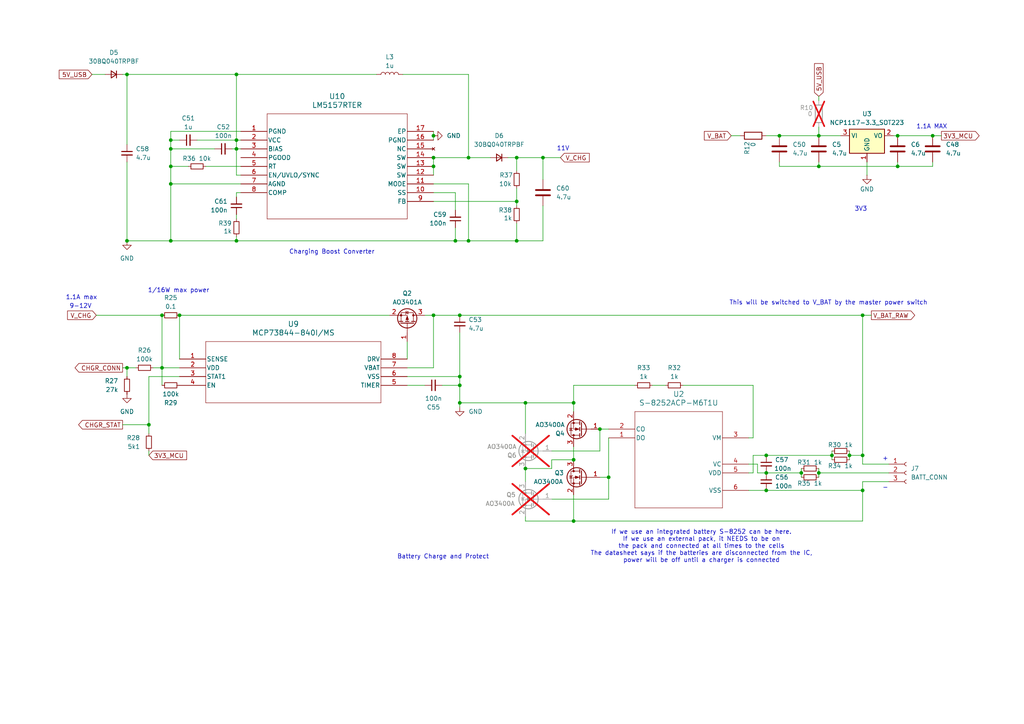
<source format=kicad_sch>
(kicad_sch (version 20250114) (generator "eeschema") (generator_version "9.0")
  (paper "A4")
  (lib_symbols
    (symbol "2025-04-02_22-09-11:MCP73844-840I_MS" (pin_names (offset 0.254))
      (property "Reference" "U" (at 33.02 10.16 0))
      (property "Value" "MCP73844-840I/MS" (at 33.02 7.62 0))
      (symbol "MCP73844-840I_MS_0_1"
        (polyline (pts (xy 7.62 5.08) (xy 7.62 -12.7)) (stroke (width 0.127)))
        (polyline (pts (xy 7.62 -12.7) (xy 58.42 -12.7)) (stroke (width 0.127)))
        (polyline (pts (xy 58.42 5.08) (xy 7.62 5.08)) (stroke (width 0.127)))
        (polyline (pts (xy 58.42 -12.7) (xy 58.42 5.08)) (stroke (width 0.127)))
        (pin unspecified line (at 0 0 0) (length 7.62) (name "SENSE") (number "1"))
        (pin unspecified line (at 0 -2.54 0) (length 7.62) (name "VDD") (number "2"))
        (pin unspecified line (at 0 -5.08 0) (length 7.62) (name "STAT1") (number "3"))
        (pin unspecified line (at 0 -7.62 0) (length 7.62) (name "EN") (number "4"))
        (pin unspecified line (at 66.04 0 180) (length 7.62) (name "DRV") (number "8"))
        (pin unspecified line (at 66.04 -2.54 180) (length 7.62) (name "VBAT") (number "7"))
        (pin unspecified line (at 66.04 -5.08 180) (length 7.62) (name "VSS") (number "6"))
        (pin unspecified line (at 66.04 -7.62 180) (length 7.62) (name "TIMER") (number "5"))
      )
    )
    (symbol "2025-04-02_22-14-21:S-8252AAZ-M6T1U" (pin_names (offset 0.254))
      (property "Reference" "U" (at 20.32 12.7 0))
      (property "Value" "S-8252AAZ-M6T1U" (at 20.32 10.16 0))
      (symbol "S-8252AAZ-M6T1U_0_1"
        (polyline (pts (xy 7.62 7.62) (xy 7.62 -20.32)) (stroke (width 0.127)))
        (polyline (pts (xy 7.62 -20.32) (xy 33.02 -20.32)) (stroke (width 0.127)))
        (polyline (pts (xy 33.02 7.62) (xy 7.62 7.62)) (stroke (width 0.127)))
        (polyline (pts (xy 33.02 -20.32) (xy 33.02 7.62)) (stroke (width 0.127)))
        (pin unspecified line (at 0 0 0) (length 7.62) (name "VM") (number "3"))
        (pin power_in line (at 0 -7.62 0) (length 7.62) (name "VC") (number "4"))
        (pin power_in line (at 0 -10.16 0) (length 7.62) (name "VDD") (number "5"))
        (pin power_out line (at 0 -15.24 0) (length 7.62) (name "VSS") (number "6"))
        (pin output line (at 40.64 2.54 180) (length 7.62) (name "CO") (number "2"))
        (pin output line (at 40.64 0 180) (length 7.62) (name "DO") (number "1"))
      )
    )
    (symbol "2025-04-04_20-55-54:LM5157RTER" (pin_names (offset 0.254))
      (property "Reference" "U" (at 27.94 10.16 0))
      (property "Value" "LM5157RTER" (at 27.94 7.62 0))
      (symbol "LM5157RTER_0_1"
        (polyline (pts (xy 7.62 5.08) (xy 7.62 -25.4)) (stroke (width 0.127)))
        (polyline (pts (xy 7.62 -25.4) (xy 48.26 -25.4)) (stroke (width 0.127)))
        (polyline (pts (xy 48.26 5.08) (xy 7.62 5.08)) (stroke (width 0.127)))
        (polyline (pts (xy 48.26 -25.4) (xy 48.26 5.08)) (stroke (width 0.127)))
        (pin power_out line (at 0 0 0) (length 7.62) (name "PGND") (number "1"))
        (pin power_in line (at 0 -2.54 0) (length 7.62) (name "VCC") (number "2"))
        (pin unspecified line (at 0 -5.08 0) (length 7.62) (name "BIAS") (number "3"))
        (pin power_in line (at 0 -7.62 0) (length 7.62) (name "PGOOD") (number "4"))
        (pin unspecified line (at 0 -10.16 0) (length 7.62) (name "RT") (number "5"))
        (pin unspecified line (at 0 -12.7 0) (length 7.62) (name "EN/UVLO/SYNC") (number "6"))
        (pin power_out line (at 0 -15.24 0) (length 7.62) (name "AGND") (number "7"))
        (pin unspecified line (at 0 -17.78 0) (length 7.62) (name "COMP") (number "8"))
        (pin unspecified line (at 55.88 0 180) (length 7.62) (name "EP") (number "17"))
        (pin power_out line (at 55.88 -2.54 180) (length 7.62) (name "PGND") (number "16"))
        (pin no_connect line (at 55.88 -5.08 180) (length 7.62) (name "NC") (number "15"))
        (pin unspecified line (at 55.88 -7.62 180) (length 7.62) (name "SW") (number "14"))
        (pin unspecified line (at 55.88 -10.16 180) (length 7.62) (name "SW") (number "13"))
        (pin unspecified line (at 55.88 -12.7 180) (length 7.62) (name "SW") (number "12"))
        (pin unspecified line (at 55.88 -15.24 180) (length 7.62) (name "MODE") (number "11"))
        (pin unspecified line (at 55.88 -17.78 180) (length 7.62) (name "SS") (number "10"))
        (pin unspecified line (at 55.88 -20.32 180) (length 7.62) (name "FB") (number "9"))
      )
    )
    (symbol "Connector:Conn_01x03_Socket" (pin_names (offset 1.016) (hide yes))
      (property "Reference" "J" (at 0 5.08 0))
      (property "Value" "Conn_01x03_Socket" (at 0 -5.08 0))
      (symbol "Conn_01x03_Socket_1_1"
        (polyline (pts (xy -1.27 2.54) (xy -0.508 2.54)) (stroke (width 0.1524)))
        (polyline (pts (xy -1.27 0) (xy -0.508 0)) (stroke (width 0.1524)))
        (polyline (pts (xy -1.27 -2.54) (xy -0.508 -2.54)) (stroke (width 0.1524)))
        (arc (start 0 2.032) (mid -0.5058 2.54) (end 0 3.048) (stroke (width 0.1524)))
        (arc (start 0 -0.508) (mid -0.5058 0) (end 0 0.508) (stroke (width 0.1524)))
        (arc (start 0 -3.048) (mid -0.5058 -2.54) (end 0 -2.032) (stroke (width 0.1524)))
        (pin passive line (at -5.08 2.54 0) (length 3.81) (name "Pin_1") (number "1"))
        (pin passive line (at -5.08 0 0) (length 3.81) (name "Pin_2") (number "2"))
        (pin passive line (at -5.08 -2.54 0) (length 3.81) (name "Pin_3") (number "3"))
      )
    )
    (symbol "Device:C" (pin_numbers (hide yes)) (pin_names (offset 0.254))
      (property "Reference" "C" (at 0.635 2.54 0))
      (property "Value" "C" (at 0.635 -2.54 0))
      (symbol "C_0_1"
        (polyline (pts (xy -2.032 0.762) (xy 2.032 0.762)) (stroke (width 0.508)))
        (polyline (pts (xy -2.032 -0.762) (xy 2.032 -0.762)) (stroke (width 0.508)))
      )
      (symbol "C_1_1"
        (pin passive line (at 0 3.81 270) (length 2.794) (name "~") (number "1"))
        (pin passive line (at 0 -3.81 90) (length 2.794) (name "~") (number "2"))
      )
    )
    (symbol "Device:C_Small" (pin_numbers (hide yes)) (pin_names (offset 0.254) (hide yes))
      (property "Reference" "C" (at 0.254 1.778 0))
      (property "Value" "C_Small" (at 0.254 -2.032 0))
      (symbol "C_Small_0_1"
        (polyline (pts (xy -1.524 0.508) (xy 1.524 0.508)) (stroke (width 0.3048)))
        (polyline (pts (xy -1.524 -0.508) (xy 1.524 -0.508)) (stroke (width 0.3302)))
      )
      (symbol "C_Small_1_1"
        (pin passive line (at 0 2.54 270) (length 2.032) (name "~") (number "1"))
        (pin passive line (at 0 -2.54 90) (length 2.032) (name "~") (number "2"))
      )
    )
    (symbol "Device:D_Small" (pin_numbers (hide yes)) (pin_names (offset 0.254) (hide yes))
      (property "Reference" "D" (at -1.27 2.032 0))
      (property "Value" "D_Small" (at -3.81 -2.032 0))
      (symbol "D_Small_0_1"
        (polyline (pts (xy -0.762 0) (xy 0.762 0)))
        (polyline (pts (xy -0.762 -1.016) (xy -0.762 1.016)) (stroke (width 0.254)))
        (polyline (pts (xy 0.762 -1.016) (xy -0.762 0) (xy 0.762 1.016) (xy 0.762 -1.016)) (stroke (width 0.254)))
      )
      (symbol "D_Small_1_1"
        (pin passive line (at -2.54 0 0) (length 1.778) (name "K") (number "1"))
        (pin passive line (at 2.54 0 180) (length 1.778) (name "A") (number "2"))
      )
    )
    (symbol "Device:L" (pin_numbers (hide yes)) (pin_names (offset 1.016) (hide yes))
      (property "Reference" "L" (at -1.27 0 90))
      (property "Value" "L" (at 1.905 0 90))
      (symbol "L_0_1"
        (arc (start 0 2.54) (mid 0.6323 1.905) (end 0 1.27))
        (arc (start 0 1.27) (mid 0.6323 0.635) (end 0 0))
        (arc (start 0 0) (mid 0.6323 -0.635) (end 0 -1.27))
        (arc (start 0 -1.27) (mid 0.6323 -1.905) (end 0 -2.54))
      )
      (symbol "L_1_1"
        (pin passive line (at 0 3.81 270) (length 1.27) (name "1") (number "1"))
        (pin passive line (at 0 -3.81 90) (length 1.27) (name "2") (number "2"))
      )
    )
    (symbol "Device:R" (pin_numbers (hide yes)) (pin_names (offset 0))
      (property "Reference" "R" (at 2.032 0 90))
      (property "Value" "R" (at 0 0 90))
      (symbol "R_0_1"
        (rectangle (start -1.016 -2.54) (end 1.016 2.54) (stroke (width 0.254)))
      )
      (symbol "R_1_1"
        (pin passive line (at 0 3.81 270) (length 1.27) (name "~") (number "1"))
        (pin passive line (at 0 -3.81 90) (length 1.27) (name "~") (number "2"))
      )
    )
    (symbol "Device:R_Small" (pin_numbers (hide yes)) (pin_names (offset 0.254) (hide yes))
      (property "Reference" "R" (at 0.762 0.508 0))
      (property "Value" "R_Small" (at 0.762 -1.016 0))
      (symbol "R_Small_0_1"
        (rectangle (start -0.762 1.778) (end 0.762 -1.778) (stroke (width 0.2032)))
      )
      (symbol "R_Small_1_1"
        (pin passive line (at 0 2.54 270) (length 0.762) (name "~") (number "1"))
        (pin passive line (at 0 -2.54 90) (length 0.762) (name "~") (number "2"))
      )
    )
    (symbol "Regulator_Linear:NCP1117-3.3_SOT223"
      (property "Reference" "U" (at -3.81 3.175 0))
      (property "Value" "NCP1117-3.3_SOT223" (at 0 3.175 0))
      (symbol "NCP1117-3.3_SOT223_0_1"
        (rectangle (start -5.08 -5.08) (end 5.08 1.905) (stroke (width 0.254)) (fill (type background)))
      )
      (symbol "NCP1117-3.3_SOT223_1_1"
        (pin power_in line (at -7.62 0 0) (length 2.54) (name "VI") (number "3"))
        (pin power_in line (at 0 -7.62 90) (length 2.54) (name "GND") (number "1"))
        (pin power_out line (at 7.62 0 180) (length 2.54) (name "VO") (number "2"))
      )
    )
    (symbol "Transistor_FET:AO3400A" (pin_names (hide yes))
      (property "Reference" "Q" (at 5.08 1.905 0))
      (property "Value" "AO3400A" (at 5.08 0 0))
      (symbol "AO3400A_0_1"
        (polyline (pts (xy 0.254 1.905) (xy 0.254 -1.905)) (stroke (width 0.254)))
        (polyline (pts (xy 0.254 0) (xy -2.54 0)))
        (polyline (pts (xy 0.762 2.286) (xy 0.762 1.27)) (stroke (width 0.254)))
        (polyline (pts (xy 0.762 0.508) (xy 0.762 -0.508)) (stroke (width 0.254)))
        (polyline (pts (xy 0.762 -1.27) (xy 0.762 -2.286)) (stroke (width 0.254)))
        (polyline (pts (xy 0.762 -1.778) (xy 3.302 -1.778) (xy 3.302 1.778) (xy 0.762 1.778)))
        (polyline (pts (xy 1.016 0) (xy 2.032 0.381) (xy 2.032 -0.381) (xy 1.016 0)) (fill (type outline)))
        (circle (center 1.651 0) (radius 2.794) (stroke (width 0.254)))
        (polyline (pts (xy 2.54 2.54) (xy 2.54 1.778)))
        (circle (center 2.54 1.778) (radius 0.254) (fill (type outline)))
        (circle (center 2.54 -1.778) (radius 0.254) (fill (type outline)))
        (polyline (pts (xy 2.54 -2.54) (xy 2.54 0) (xy 0.762 0)))
        (polyline (pts (xy 2.794 0.508) (xy 2.921 0.381) (xy 3.683 0.381) (xy 3.81 0.254)))
        (polyline (pts (xy 3.302 0.381) (xy 2.921 -0.254) (xy 3.683 -0.254) (xy 3.302 0.381)))
      )
      (symbol "AO3400A_1_1"
        (pin input line (at -5.08 0 0) (length 2.54) (name "G") (number "1"))
        (pin passive line (at 2.54 5.08 270) (length 2.54) (name "D") (number "3"))
        (pin passive line (at 2.54 -5.08 90) (length 2.54) (name "S") (number "2"))
      )
    )
    (symbol "Transistor_FET:AO3401A" (pin_names (hide yes))
      (property "Reference" "Q" (at 5.08 1.905 0))
      (property "Value" "AO3401A" (at 5.08 0 0))
      (symbol "AO3401A_0_1"
        (polyline (pts (xy 0.254 1.905) (xy 0.254 -1.905)) (stroke (width 0.254)))
        (polyline (pts (xy 0.254 0) (xy -2.54 0)))
        (polyline (pts (xy 0.762 2.286) (xy 0.762 1.27)) (stroke (width 0.254)))
        (polyline (pts (xy 0.762 1.778) (xy 3.302 1.778) (xy 3.302 -1.778) (xy 0.762 -1.778)))
        (polyline (pts (xy 0.762 0.508) (xy 0.762 -0.508)) (stroke (width 0.254)))
        (polyline (pts (xy 0.762 -1.27) (xy 0.762 -2.286)) (stroke (width 0.254)))
        (circle (center 1.651 0) (radius 2.794) (stroke (width 0.254)))
        (polyline (pts (xy 2.286 0) (xy 1.27 0.381) (xy 1.27 -0.381) (xy 2.286 0)) (fill (type outline)))
        (polyline (pts (xy 2.54 2.54) (xy 2.54 1.778)))
        (circle (center 2.54 1.778) (radius 0.254) (fill (type outline)))
        (circle (center 2.54 -1.778) (radius 0.254) (fill (type outline)))
        (polyline (pts (xy 2.54 -2.54) (xy 2.54 0) (xy 0.762 0)))
        (polyline (pts (xy 2.794 -0.508) (xy 2.921 -0.381) (xy 3.683 -0.381) (xy 3.81 -0.254)))
        (polyline (pts (xy 3.302 -0.381) (xy 2.921 0.254) (xy 3.683 0.254) (xy 3.302 -0.381)))
      )
      (symbol "AO3401A_1_1"
        (pin input line (at -5.08 0 0) (length 2.54) (name "G") (number "1"))
        (pin passive line (at 2.54 5.08 270) (length 2.54) (name "D") (number "3"))
        (pin passive line (at 2.54 -5.08 90) (length 2.54) (name "S") (number "2"))
      )
    )
    (symbol "power:GND" (power) (pin_numbers (hide yes)) (pin_names (offset 0) (hide yes))
      (property "Value" "GND" (at 0 -3.81 0))
      (symbol "GND_0_1"
        (polyline (pts (xy 0 0) (xy 0 -1.27) (xy 1.27 -1.27) (xy 0 -2.54) (xy -1.27 -1.27) (xy 0 -1.27)))
      )
      (symbol "GND_1_1"
        (pin power_in line (at 0 0 270) (length 0) (name "~") (number "1"))
      )
    )
  )
  (text "1.1A MAX\n" (at 270.256 36.83 0) (effects (font (size 1.27 1.27))))
  (text "11V\n" (at 163.322 43.18 0) (effects (font (size 1.27 1.27))))
  (text "+\n" (at 256.794 133.096 0) (effects (font (size 1.27 1.27))))
  (text "3V3\n" (at 249.682 60.706 0) (effects (font (size 1.27 1.27))))
  (text "Charging Boost Converter\n" (at 96.266 73.152 0) (effects (font (size 1.27 1.27))))
  (text "1/16W max power\n" (at 51.816 84.328 0) (effects (font (size 1.27 1.27))))
  (text "-\n" (at 256.794 141.478 0) (effects (font (size 1.27 1.27))))
  (text "Battery Charge and Protect\n" (at 128.524 161.544 0) (effects (font (size 1.27 1.27))))
  (text "If we use an integrated battery S-8252 can be here.\nIf we use an external pack, it NEEDS to be on\nthe pack and connected at all times to the cells\nThe datasheet says if the batteries are disconnected from the IC,\npower will be off until a charger is connected" (at 203.454 158.496 0) (effects (font (size 1.27 1.27))))
  (text "1.1A max" (at 23.622 86.36 0) (effects (font (size 1.27 1.27))))
  (text "9-12V" (at 23.368 88.9 0) (effects (font (size 1.27 1.27))))
  (text "This will be switched to V_BAT by the master power switch\n" (at 240.284 87.884 0) (effects (font (size 1.27 1.27))))
  (junction (at 46.99 91.44))
  (junction (at 250.19 91.44))
  (junction (at 46.99 106.68))
  (junction (at 68.58 69.85))
  (junction (at 36.83 69.85))
  (junction (at 222.25 137.16))
  (junction (at 226.06 39.37))
  (junction (at 132.08 69.85))
  (junction (at 133.35 116.84))
  (junction (at 68.58 21.59))
  (junction (at 166.37 116.84))
  (junction (at 222.25 142.24))
  (junction (at 149.86 45.72))
  (junction (at 176.53 138.43))
  (junction (at 125.73 45.72))
  (junction (at 246.38 132.08))
  (junction (at 49.53 69.85))
  (junction (at 152.4 135.89))
  (junction (at 166.37 151.13))
  (junction (at 173.99 124.46))
  (junction (at 68.58 40.64))
  (junction (at 232.41 137.16))
  (junction (at 222.25 132.08))
  (junction (at 260.35 48.26))
  (junction (at 241.3 132.08))
  (junction (at 237.49 39.37))
  (junction (at 68.58 43.18))
  (junction (at 36.83 21.59))
  (junction (at 250.19 132.08))
  (junction (at 237.49 48.26))
  (junction (at 52.07 91.44))
  (junction (at 125.73 39.37))
  (junction (at 133.35 109.22))
  (junction (at 49.53 48.26))
  (junction (at 133.35 111.76))
  (junction (at 149.86 58.42))
  (junction (at 149.86 69.85))
  (junction (at 43.18 123.19))
  (junction (at 133.35 91.44))
  (junction (at 250.19 142.24))
  (junction (at 36.83 106.68))
  (junction (at 49.53 40.64))
  (junction (at 125.73 48.26))
  (junction (at 260.35 39.37))
  (junction (at 270.51 39.37))
  (junction (at 135.89 69.85))
  (junction (at 157.48 45.72))
  (junction (at 49.53 43.18))
  (junction (at 125.73 91.44))
  (junction (at 237.49 137.16))
  (junction (at 166.37 133.35))
  (junction (at 49.53 53.34))
  (junction (at 152.4 116.84))
  (junction (at 135.89 45.72))
  (wire (pts (xy 49.53 53.34) (xy 49.53 69.85)))
  (wire (pts (xy 217.17 134.62) (xy 219.71 134.62)))
  (wire (pts (xy 125.73 39.37) (xy 125.73 40.64)))
  (wire (pts (xy 133.35 91.44) (xy 250.19 91.44)))
  (wire (pts (xy 157.48 45.72) (xy 157.48 52.07)))
  (wire (pts (xy 44.45 106.68) (xy 46.99 106.68)))
  (wire (pts (xy 246.38 132.08) (xy 250.19 132.08)))
  (wire (pts (xy 125.73 38.1) (xy 125.73 39.37)))
  (wire (pts (xy 222.25 142.24) (xy 250.19 142.24)))
  (wire (pts (xy 68.58 50.8) (xy 69.85 50.8)))
  (wire (pts (xy 68.58 40.64) (xy 69.85 40.64)))
  (wire (pts (xy 219.71 134.62) (xy 219.71 137.16)))
  (wire (pts (xy 166.37 129.54) (xy 166.37 133.35)))
  (wire (pts (xy 36.83 69.85) (xy 49.53 69.85)))
  (wire (pts (xy 133.35 96.52) (xy 133.35 109.22)))
  (wire (pts (xy 270.51 39.37) (xy 273.05 39.37)))
  (wire (pts (xy 241.3 132.08) (xy 241.3 133.35)))
  (wire (pts (xy 160.02 130.81) (xy 173.99 130.81)))
  (wire (pts (xy 226.06 46.99) (xy 226.06 48.26)))
  (wire (pts (xy 149.86 58.42) (xy 149.86 54.61)))
  (wire (pts (xy 166.37 143.51) (xy 166.37 151.13)))
  (wire (pts (xy 222.25 132.08) (xy 241.3 132.08)))
  (wire (pts (xy 166.37 119.38) (xy 166.37 116.84)))
  (wire (pts (xy 68.58 43.18) (xy 67.31 43.18)))
  (wire (pts (xy 152.4 151.13) (xy 166.37 151.13)))
  (wire (pts (xy 270.51 46.99) (xy 270.51 48.26)))
  (wire (pts (xy 218.44 127) (xy 217.17 127)))
  (wire (pts (xy 35.56 123.19) (xy 43.18 123.19)))
  (wire (pts (xy 157.48 59.69) (xy 157.48 69.85)))
  (wire (pts (xy 49.53 38.1) (xy 69.85 38.1)))
  (wire (pts (xy 68.58 21.59) (xy 109.22 21.59)))
  (wire (pts (xy 259.08 39.37) (xy 260.35 39.37)))
  (wire (pts (xy 113.03 91.44) (xy 52.07 91.44)))
  (wire (pts (xy 132.08 69.85) (xy 135.89 69.85)))
  (wire (pts (xy 68.58 62.23) (xy 68.58 63.5)))
  (wire (pts (xy 147.32 45.72) (xy 149.86 45.72)))
  (wire (pts (xy 250.19 91.44) (xy 250.19 132.08)))
  (wire (pts (xy 246.38 132.08) (xy 246.38 133.35)))
  (wire (pts (xy 218.44 132.08) (xy 218.44 137.16)))
  (wire (pts (xy 133.35 118.11) (xy 133.35 116.84)))
  (wire (pts (xy 46.99 91.44) (xy 46.99 106.68)))
  (wire (pts (xy 173.99 124.46) (xy 176.53 124.46)))
  (wire (pts (xy 152.4 116.84) (xy 166.37 116.84)))
  (wire (pts (xy 52.07 109.22) (xy 43.18 109.22)))
  (wire (pts (xy 36.83 21.59) (xy 68.58 21.59)))
  (wire (pts (xy 36.83 106.68) (xy 36.83 109.22)))
  (wire (pts (xy 222.25 39.37) (xy 226.06 39.37)))
  (wire (pts (xy 149.86 45.72) (xy 157.48 45.72)))
  (wire (pts (xy 135.89 53.34) (xy 135.89 69.85)))
  (wire (pts (xy 149.86 58.42) (xy 149.86 59.69)))
  (wire (pts (xy 125.73 58.42) (xy 149.86 58.42)))
  (wire (pts (xy 250.19 134.62) (xy 257.81 134.62)))
  (wire (pts (xy 241.3 132.08) (xy 241.3 130.81)))
  (wire (pts (xy 49.53 48.26) (xy 54.61 48.26)))
  (wire (pts (xy 46.99 106.68) (xy 52.07 106.68)))
  (wire (pts (xy 173.99 138.43) (xy 176.53 138.43)))
  (wire (pts (xy 232.41 137.16) (xy 232.41 138.43)))
  (wire (pts (xy 133.35 116.84) (xy 152.4 116.84)))
  (wire (pts (xy 132.08 55.88) (xy 125.73 55.88)))
  (wire (pts (xy 118.11 106.68) (xy 125.73 106.68)))
  (wire (pts (xy 250.19 139.7) (xy 257.81 139.7)))
  (wire (pts (xy 237.49 39.37) (xy 243.84 39.37)))
  (wire (pts (xy 52.07 104.14) (xy 52.07 91.44)))
  (wire (pts (xy 125.73 91.44) (xy 133.35 91.44)))
  (wire (pts (xy 49.53 48.26) (xy 49.53 53.34)))
  (wire (pts (xy 68.58 55.88) (xy 68.58 57.15)))
  (wire (pts (xy 125.73 48.26) (xy 125.73 50.8)))
  (wire (pts (xy 193.04 111.76) (xy 189.23 111.76)))
  (wire (pts (xy 246.38 130.81) (xy 246.38 132.08)))
  (wire (pts (xy 237.49 137.16) (xy 237.49 138.43)))
  (wire (pts (xy 237.49 27.94) (xy 237.49 29.21)))
  (wire (pts (xy 36.83 21.59) (xy 36.83 41.91)))
  (wire (pts (xy 260.35 48.26) (xy 270.51 48.26)))
  (wire (pts (xy 57.15 40.64) (xy 68.58 40.64)))
  (wire (pts (xy 118.11 109.22) (xy 133.35 109.22)))
  (wire (pts (xy 217.17 142.24) (xy 222.25 142.24)))
  (wire (pts (xy 176.53 127) (xy 176.53 138.43)))
  (wire (pts (xy 123.19 111.76) (xy 118.11 111.76)))
  (wire (pts (xy 125.73 91.44) (xy 123.19 91.44)))
  (wire (pts (xy 43.18 109.22) (xy 43.18 123.19)))
  (wire (pts (xy 27.94 91.44) (xy 46.99 91.44)))
  (wire (pts (xy 251.46 46.99) (xy 251.46 50.8)))
  (wire (pts (xy 133.35 109.22) (xy 133.35 111.76)))
  (wire (pts (xy 135.89 45.72) (xy 142.24 45.72)))
  (wire (pts (xy 226.06 48.26) (xy 237.49 48.26)))
  (wire (pts (xy 260.35 48.26) (xy 260.35 46.99)))
  (wire (pts (xy 160.02 133.35) (xy 166.37 133.35)))
  (wire (pts (xy 160.02 135.89) (xy 160.02 133.35)))
  (wire (pts (xy 152.4 149.86) (xy 152.4 151.13)))
  (wire (pts (xy 68.58 69.85) (xy 132.08 69.85)))
  (wire (pts (xy 237.49 36.83) (xy 237.49 39.37)))
  (wire (pts (xy 173.99 130.81) (xy 173.99 124.46)))
  (wire (pts (xy 149.86 45.72) (xy 149.86 49.53)))
  (wire (pts (xy 237.49 48.26) (xy 260.35 48.26)))
  (wire (pts (xy 128.27 111.76) (xy 133.35 111.76)))
  (wire (pts (xy 116.84 21.59) (xy 135.89 21.59)))
  (wire (pts (xy 59.69 48.26) (xy 69.85 48.26)))
  (wire (pts (xy 152.4 135.89) (xy 160.02 135.89)))
  (wire (pts (xy 68.58 40.64) (xy 68.58 43.18)))
  (wire (pts (xy 36.83 46.99) (xy 36.83 69.85)))
  (wire (pts (xy 118.11 99.06) (xy 118.11 104.14)))
  (wire (pts (xy 218.44 111.76) (xy 218.44 127)))
  (wire (pts (xy 166.37 116.84) (xy 166.37 111.76)))
  (wire (pts (xy 49.53 38.1) (xy 49.53 40.64)))
  (wire (pts (xy 39.37 106.68) (xy 36.83 106.68)))
  (wire (pts (xy 125.73 106.68) (xy 125.73 91.44)))
  (wire (pts (xy 232.41 135.89) (xy 232.41 137.16)))
  (wire (pts (xy 68.58 43.18) (xy 68.58 50.8)))
  (wire (pts (xy 125.73 45.72) (xy 135.89 45.72)))
  (wire (pts (xy 135.89 21.59) (xy 135.89 45.72)))
  (wire (pts (xy 49.53 69.85) (xy 68.58 69.85)))
  (wire (pts (xy 166.37 151.13) (xy 250.19 151.13)))
  (wire (pts (xy 222.25 137.16) (xy 219.71 137.16)))
  (wire (pts (xy 49.53 40.64) (xy 52.07 40.64)))
  (wire (pts (xy 35.56 21.59) (xy 36.83 21.59)))
  (wire (pts (xy 260.35 39.37) (xy 270.51 39.37)))
  (wire (pts (xy 68.58 43.18) (xy 69.85 43.18)))
  (wire (pts (xy 46.99 106.68) (xy 46.99 111.76)))
  (wire (pts (xy 68.58 21.59) (xy 68.58 40.64)))
  (wire (pts (xy 152.4 139.7) (xy 152.4 135.89)))
  (wire (pts (xy 250.19 142.24) (xy 250.19 139.7)))
  (wire (pts (xy 218.44 132.08) (xy 222.25 132.08)))
  (wire (pts (xy 222.25 137.16) (xy 232.41 137.16)))
  (wire (pts (xy 237.49 135.89) (xy 237.49 137.16)))
  (wire (pts (xy 250.19 132.08) (xy 250.19 134.62)))
  (wire (pts (xy 69.85 53.34) (xy 49.53 53.34)))
  (wire (pts (xy 68.58 68.58) (xy 68.58 69.85)))
  (wire (pts (xy 212.09 39.37) (xy 214.63 39.37)))
  (wire (pts (xy 133.35 111.76) (xy 133.35 116.84)))
  (wire (pts (xy 43.18 123.19) (xy 43.18 125.73)))
  (wire (pts (xy 152.4 116.84) (xy 152.4 125.73)))
  (wire (pts (xy 69.85 55.88) (xy 68.58 55.88)))
  (wire (pts (xy 149.86 64.77) (xy 149.86 69.85)))
  (wire (pts (xy 125.73 53.34) (xy 135.89 53.34)))
  (wire (pts (xy 49.53 43.18) (xy 49.53 48.26)))
  (wire (pts (xy 217.17 137.16) (xy 218.44 137.16)))
  (wire (pts (xy 49.53 43.18) (xy 62.23 43.18)))
  (wire (pts (xy 26.67 21.59) (xy 30.48 21.59)))
  (wire (pts (xy 132.08 60.96) (xy 132.08 55.88)))
  (wire (pts (xy 250.19 91.44) (xy 252.73 91.44)))
  (wire (pts (xy 198.12 111.76) (xy 218.44 111.76)))
  (wire (pts (xy 226.06 39.37) (xy 237.49 39.37)))
  (wire (pts (xy 132.08 66.04) (xy 132.08 69.85)))
  (wire (pts (xy 166.37 111.76) (xy 184.15 111.76)))
  (wire (pts (xy 176.53 138.43) (xy 176.53 144.78)))
  (wire (pts (xy 135.89 69.85) (xy 149.86 69.85)))
  (wire (pts (xy 250.19 142.24) (xy 250.19 151.13)))
  (wire (pts (xy 157.48 45.72) (xy 162.56 45.72)))
  (wire (pts (xy 237.49 46.99) (xy 237.49 48.26)))
  (wire (pts (xy 160.02 144.78) (xy 176.53 144.78)))
  (wire (pts (xy 125.73 45.72) (xy 125.73 48.26)))
  (wire (pts (xy 49.53 40.64) (xy 49.53 43.18)))
  (wire (pts (xy 237.49 137.16) (xy 257.81 137.16)))
  (wire (pts (xy 35.56 106.68) (xy 36.83 106.68)))
  (wire (pts (xy 43.18 130.81) (xy 43.18 132.08)))
  (wire (pts (xy 157.48 69.85) (xy 149.86 69.85)))
  (global_label "3V3_MCU" (shape output) (at 273.05 39.37 0) (property "Intersheetrefs" "${INTERSHEET_REFS}" (effects (hide yes))))
  (global_label "CHGR_CONN" (shape output) (at 35.56 106.68 180) (property "Intersheetrefs" "${INTERSHEET_REFS}" (effects (hide yes))))
  (global_label "5V_USB" (shape input) (at 26.67 21.59 180) (property "Intersheetrefs" "${INTERSHEET_REFS}" (effects (hide yes))))
  (global_label "3V3_MCU" (shape input) (at 43.18 132.08 0) (property "Intersheetrefs" "${INTERSHEET_REFS}" (effects (hide yes))))
  (global_label "V_BAT_RAW" (shape output) (at 252.73 91.44 0) (property "Intersheetrefs" "${INTERSHEET_REFS}" (effects (hide yes))))
  (global_label "V_CHG" (shape input) (at 27.94 91.44 180) (property "Intersheetrefs" "${INTERSHEET_REFS}" (effects (hide yes))))
  (global_label "CHGR_STAT" (shape output) (at 35.56 123.19 180) (property "Intersheetrefs" "${INTERSHEET_REFS}" (effects (hide yes))))
  (global_label "V_CHG" (shape input) (at 162.56 45.72 0) (property "Intersheetrefs" "${INTERSHEET_REFS}" (effects (hide yes))))
  (global_label "V_BAT" (shape input) (at 212.09 39.37 180) (property "Intersheetrefs" "${INTERSHEET_REFS}" (effects (hide yes))))
  (global_label "5V_USB" (shape input) (at 237.49 27.94 90) (property "Intersheetrefs" "${INTERSHEET_REFS}" (effects (hide yes))))
  (symbol (lib_id "Device:D_Small") (at 144.78 45.72 180) (unit 1)
    (property "Reference" "D6" (at 144.78 39.37 0))
    (property "Value" "30BQ040TRPBF" (at 144.78 41.91 0))
    (property "Description" "Diode, small symbol" (effects (hide yes)))
    (property "Sim.Device" "D" (effects (hide yes)))
    (property "Sim.Pins" "1=K 2=A" (effects (hide yes)))
  )
  (symbol (lib_id "Device:C_Small") (at 133.35 93.98 0) (unit 1)
    (property "Reference" "C53" (at 135.89 92.7162 0) (effects (justify left)))
    (property "Value" "4.7u" (at 135.89 95.2562 0) (effects (justify left)))
    (property "Description" "Unpolarized capacitor, small symbol" (effects (hide yes)))
  )
  (symbol (lib_id "Device:R_Small") (at 243.84 130.81 90) (unit 1)
    (property "Reference" "R30" (at 242.062 129.032 90))
    (property "Value" "1k" (at 246.126 129.032 90))
    (property "Description" "Resistor, small symbol" (effects (hide yes)))
  )
  (symbol (lib_id "2025-04-02_22-09-11:MCP73844-840I_MS") (at 52.07 104.14 0) (unit 1)
    (property "Reference" "U9" (at 85.09 93.98 0) (effects (font (size 1.524 1.524))))
    (property "Value" "MCP73844-840I/MS" (at 85.09 96.52 0) (effects (font (size 1.524 1.524))))
    (property "Footprint" "MSOP8_MC_MCH" (effects (hide yes)))
    (property "Datasheet" "MCP73844-840I/MS" (effects (hide yes)))
  )
  (symbol (lib_id "Device:R_Small") (at 234.95 135.89 90) (mirror x) (unit 1)
    (property "Reference" "R31" (at 233.172 134.112 90))
    (property "Value" "1k" (at 237.236 134.112 90))
    (property "Description" "Resistor, small symbol" (effects (hide yes)))
  )
  (symbol (lib_id "power:GND") (at 36.83 69.85 0) (unit 1)
    (property "Reference" "#PWR038" (effects (hide yes)))
    (property "Value" "GND" (at 36.83 74.93 0))
    (property "Description" "Power symbol creates a global label with name \"GND\" , ground" (effects (hide yes)))
  )
  (symbol (lib_id "Device:R_Small") (at 243.84 133.35 270) (unit 1)
    (property "Reference" "R34" (at 242.062 135.128 90))
    (property "Value" "1k" (at 246.126 135.128 90))
    (property "Description" "Resistor, small symbol" (effects (hide yes)))
  )
  (symbol (lib_id "Regulator_Linear:NCP1117-3.3_SOT223") (at 251.46 39.37 0) (unit 1)
    (property "Reference" "U3" (at 251.46 33.02 0))
    (property "Value" "NCP1117-3.3_SOT223" (at 251.46 35.56 0))
    (property "Footprint" "Package_TO_SOT_SMD:SOT-223-3_TabPin2" (effects (hide yes)))
    (property "Datasheet" "http://www.onsemi.com/pub_link/Collateral/NCP1117-D.PDF" (effects (hide yes)))
    (property "Description" "1A Low drop-out regulator, Fixed Output 3.3V, SOT-223" (effects (hide yes)))
  )
  (symbol (lib_id "Transistor_FET:AO3400A") (at 154.94 144.78 0) (mirror y) (unit 1) (dnp yes)
    (property "Reference" "Q5" (at 149.606 143.51 0) (effects (justify left)))
    (property "Value" "AO3400A" (at 149.352 146.05 0) (effects (justify left)))
    (property "Footprint" "Package_TO_SOT_SMD:SOT-23" (effects (hide yes)))
    (property "Datasheet" "http://www.aosmd.com/pdfs/datasheet/AO3400A.pdf" (effects (hide yes)))
    (property "Description" "30V Vds, 5.7A Id, N-Channel MOSFET, SOT-23" (effects (hide yes)))
  )
  (symbol (lib_id "Device:R_Small") (at 149.86 52.07 0) (mirror y) (unit 1)
    (property "Reference" "R37" (at 146.812 50.8 0))
    (property "Value" "10k" (at 146.558 53.34 0))
    (property "Description" "Resistor, small symbol" (effects (hide yes)))
  )
  (symbol (lib_id "2025-04-04_20-55-54:LM5157RTER") (at 69.85 38.1 0) (unit 1)
    (property "Reference" "U10" (at 97.79 27.94 0) (effects (font (size 1.524 1.524))))
    (property "Value" "LM5157RTER" (at 97.79 30.48 0) (effects (font (size 1.524 1.524))))
    (property "Footprint" "QFN_57RTER_TEX" (effects (hide yes)))
    (property "Datasheet" "LM5157RTER" (effects (hide yes)))
  )
  (symbol (lib_id "Device:R") (at 218.44 39.37 270) (unit 1)
    (property "Reference" "R12" (at 216.662 42.926 0))
    (property "Value" "0" (at 218.44 41.91 0))
    (property "Description" "Resistor" (effects (hide yes)))
  )
  (symbol (lib_id "Device:C_Small") (at 222.25 139.7 0) (unit 1)
    (property "Reference" "C56" (at 224.79 138.4362 0) (effects (justify left)))
    (property "Value" "100n" (at 224.79 140.9762 0) (effects (justify left)))
    (property "Description" "Unpolarized capacitor, small symbol" (effects (hide yes)))
  )
  (symbol (lib_id "Device:R") (at 237.49 33.02 180) (unit 1) (dnp yes)
    (property "Reference" "R10" (at 233.934 31.242 0))
    (property "Value" "0" (at 234.95 33.02 0))
    (property "Description" "Resistor" (effects (hide yes)))
  )
  (symbol (lib_id "Device:C_Small") (at 125.73 111.76 90) (mirror x) (unit 1)
    (property "Reference" "C55" (at 125.7363 118.11 90))
    (property "Value" "100n" (at 125.7363 115.57 90))
    (property "Description" "Unpolarized capacitor, small symbol" (effects (hide yes)))
  )
  (symbol (lib_id "power:GND") (at 36.83 114.3 0) (unit 1)
    (property "Reference" "#PWR033" (effects (hide yes)))
    (property "Value" "GND" (at 36.83 119.38 0))
    (property "Description" "Power symbol creates a global label with name \"GND\" , ground" (effects (hide yes)))
  )
  (symbol (lib_id "Device:L") (at 113.03 21.59 90) (unit 1)
    (property "Reference" "L3" (at 113.03 16.51 90))
    (property "Value" "1u" (at 113.03 19.05 90))
    (property "Description" "Inductor" (effects (hide yes)))
  )
  (symbol (lib_id "Connector:Conn_01x03_Socket") (at 262.89 137.16 0) (unit 1)
    (property "Reference" "J7" (at 264.16 135.8899 0) (effects (justify left)))
    (property "Value" "BATT_CONN" (at 264.16 138.4299 0) (effects (justify left)))
    (property "Description" "Generic connector, single row, 01x03, script generated" (effects (hide yes)))
  )
  (symbol (lib_id "power:GND") (at 125.73 39.37 90) (unit 1)
    (property "Reference" "#PWR036" (effects (hide yes)))
    (property "Value" "GND" (at 129.54 39.3699 90) (effects (justify right)))
    (property "Description" "Power symbol creates a global label with name \"GND\" , ground" (effects (hide yes)))
  )
  (symbol (lib_id "Device:R_Small") (at 234.95 138.43 270) (mirror x) (unit 1)
    (property "Reference" "R35" (at 233.172 140.208 90))
    (property "Value" "1k" (at 237.236 140.208 90))
    (property "Description" "Resistor, small symbol" (effects (hide yes)))
  )
  (symbol (lib_id "Device:R_Small") (at 36.83 111.76 0) (mirror y) (unit 1)
    (property "Reference" "R27" (at 34.29 110.4899 0) (effects (justify left)))
    (property "Value" "27k" (at 34.29 113.0299 0) (effects (justify left)))
    (property "Description" "Resistor, small symbol" (effects (hide yes)))
  )
  (symbol (lib_id "Device:C") (at 157.48 55.88 180) (unit 1)
    (property "Reference" "C60" (at 161.29 54.6099 0) (effects (justify right)))
    (property "Value" "4.7u" (at 161.29 57.1499 0) (effects (justify right)))
    (property "Description" "Unpolarized capacitor" (effects (hide yes)))
  )
  (symbol (lib_id "Device:C_Small") (at 54.61 40.64 90) (unit 1)
    (property "Reference" "C51" (at 54.6163 34.29 90))
    (property "Value" "1u" (at 54.6163 36.83 90))
    (property "Description" "Unpolarized capacitor, small symbol" (effects (hide yes)))
  )
  (symbol (lib_id "Device:C_Small") (at 222.25 134.62 0) (unit 1)
    (property "Reference" "C57" (at 224.79 133.3562 0) (effects (justify left)))
    (property "Value" "100n" (at 224.536 135.89 0) (effects (justify left)))
    (property "Description" "Unpolarized capacitor, small symbol" (effects (hide yes)))
  )
  (symbol (lib_id "Device:C_Small") (at 132.08 63.5 0) (mirror x) (unit 1)
    (property "Reference" "C59" (at 129.54 62.2235 0) (effects (justify right)))
    (property "Value" "100n" (at 129.54 64.7635 0) (effects (justify right)))
    (property "Description" "Unpolarized capacitor, small symbol" (effects (hide yes)))
  )
  (symbol (lib_id "Device:C") (at 237.49 43.18 180) (unit 1)
    (property "Reference" "C5" (at 241.3 41.9099 0) (effects (justify right)))
    (property "Value" "4.7u" (at 241.3 44.4499 0) (effects (justify right)))
    (property "Description" "Unpolarized capacitor" (effects (hide yes)))
  )
  (symbol (lib_id "Device:R_Small") (at 149.86 62.23 0) (mirror y) (unit 1)
    (property "Reference" "R38" (at 146.558 60.96 0))
    (property "Value" "1k" (at 147.32 63.246 0))
    (property "Description" "Resistor, small symbol" (effects (hide yes)))
  )
  (symbol (lib_id "Device:R_Small") (at 186.69 111.76 270) (unit 1)
    (property "Reference" "R33" (at 186.69 106.68 90))
    (property "Value" "1k" (at 186.69 109.22 90))
    (property "Description" "Resistor, small symbol" (effects (hide yes)))
  )
  (symbol (lib_id "Transistor_FET:AO3401A") (at 118.11 93.98 270) (mirror x) (unit 1)
    (property "Reference" "Q2" (at 118.11 85.09 90))
    (property "Value" "AO3401A" (at 118.11 87.63 90))
    (property "Footprint" "Package_TO_SOT_SMD:SOT-23" (effects (hide yes)))
    (property "Datasheet" "http://www.aosmd.com/pdfs/datasheet/AO3401A.pdf" (effects (hide yes)))
    (property "Description" "-4.0A Id, -30V Vds, P-Channel MOSFET, SOT-23" (effects (hide yes)))
  )
  (symbol (lib_id "Device:R_Small") (at 49.53 91.44 90) (unit 1)
    (property "Reference" "R25" (at 49.53 86.36 90))
    (property "Value" "0.1" (at 49.53 88.9 90))
    (property "Description" "Resistor, small symbol" (effects (hide yes)))
  )
  (symbol (lib_id "Transistor_FET:AO3400A") (at 154.94 130.81 180) (unit 1) (dnp yes)
    (property "Reference" "Q6" (at 149.86 132.08 0) (effects (justify left)))
    (property "Value" "AO3400A" (at 149.86 129.54 0) (effects (justify left)))
    (property "Footprint" "Package_TO_SOT_SMD:SOT-23" (effects (hide yes)))
    (property "Datasheet" "http://www.aosmd.com/pdfs/datasheet/AO3400A.pdf" (effects (hide yes)))
    (property "Description" "30V Vds, 5.7A Id, N-Channel MOSFET, SOT-23" (effects (hide yes)))
  )
  (symbol (lib_id "Device:C") (at 270.51 43.18 180) (unit 1)
    (property "Reference" "C48" (at 274.32 41.9099 0) (effects (justify right)))
    (property "Value" "4.7u" (at 274.32 44.4499 0) (effects (justify right)))
    (property "Description" "Unpolarized capacitor" (effects (hide yes)))
  )
  (symbol (lib_id "Device:C") (at 226.06 43.18 180) (unit 1)
    (property "Reference" "C50" (at 229.87 41.9099 0) (effects (justify right)))
    (property "Value" "4.7u" (at 229.87 44.4499 0) (effects (justify right)))
    (property "Description" "Unpolarized capacitor" (effects (hide yes)))
  )
  (symbol (lib_id "Device:C_Small") (at 36.83 44.45 0) (unit 1)
    (property "Reference" "C58" (at 39.37 43.1862 0) (effects (justify left)))
    (property "Value" "4.7u" (at 39.37 45.7262 0) (effects (justify left)))
    (property "Description" "Unpolarized capacitor, small symbol" (effects (hide yes)))
  )
  (symbol (lib_id "Device:R_Small") (at 41.91 106.68 270) (unit 1)
    (property "Reference" "R26" (at 41.91 101.6 90))
    (property "Value" "100k" (at 41.91 104.14 90))
    (property "Description" "Resistor, small symbol" (effects (hide yes)))
  )
  (symbol (lib_id "Device:R_Small") (at 195.58 111.76 90) (mirror x) (unit 1)
    (property "Reference" "R32" (at 195.58 106.68 90))
    (property "Value" "1k" (at 195.58 109.22 90))
    (property "Description" "Resistor, small symbol" (effects (hide yes)))
  )
  (symbol (lib_id "Device:R_Small") (at 49.53 111.76 270) (mirror x) (unit 1)
    (property "Reference" "R29" (at 49.53 116.84 90))
    (property "Value" "100k" (at 49.53 114.3 90))
    (property "Description" "Resistor, small symbol" (effects (hide yes)))
  )
  (symbol (lib_id "Device:C_Small") (at 64.77 43.18 90) (unit 1)
    (property "Reference" "C52" (at 64.7763 36.83 90))
    (property "Value" "100n" (at 64.7763 39.37 90))
    (property "Description" "Unpolarized capacitor, small symbol" (effects (hide yes)))
  )
  (symbol (lib_id "Device:R_Small") (at 57.15 48.26 90) (unit 1)
    (property "Reference" "R36" (at 54.864 45.974 90))
    (property "Value" "10k" (at 59.436 45.974 90))
    (property "Description" "Resistor, small symbol" (effects (hide yes)))
  )
  (symbol (lib_id "Device:D_Small") (at 33.02 21.59 180) (unit 1)
    (property "Reference" "D5" (at 33.02 15.24 0))
    (property "Value" "30BQ040TRPBF" (at 33.02 17.78 0))
    (property "Description" "Diode, small symbol" (effects (hide yes)))
    (property "Sim.Device" "D" (effects (hide yes)))
    (property "Sim.Pins" "1=K 2=A" (effects (hide yes)))
  )
  (symbol (lib_id "Device:R_Small") (at 43.18 128.27 0) (mirror y) (unit 1)
    (property "Reference" "R28" (at 40.64 126.9999 0) (effects (justify left)))
    (property "Value" "5k1" (at 40.64 129.5399 0) (effects (justify left)))
    (property "Description" "Resistor, small symbol" (effects (hide yes)))
  )
  (symbol (lib_id "power:GND") (at 251.46 50.8 0) (unit 1)
    (property "Reference" "#PWR06" (effects (hide yes)))
    (property "Value" "GND" (at 251.46 54.864 0))
    (property "Description" "Power symbol creates a global label with name \"GND\" , ground" (effects (hide yes)))
  )
  (symbol (lib_id "Device:C_Small") (at 68.58 59.69 0) (mirror x) (unit 1)
    (property "Reference" "C61" (at 66.04 58.4135 0) (effects (justify right)))
    (property "Value" "100n" (at 66.04 60.9535 0) (effects (justify right)))
    (property "Description" "Unpolarized capacitor, small symbol" (effects (hide yes)))
  )
  (symbol (lib_id "power:GND") (at 133.35 118.11 0) (unit 1)
    (property "Reference" "#PWR034" (effects (hide yes)))
    (property "Value" "GND" (at 135.89 119.3799 0) (effects (justify left)))
    (property "Description" "Power symbol creates a global label with name \"GND\" , ground" (effects (hide yes)))
  )
  (symbol (lib_id "Transistor_FET:AO3400A") (at 168.91 124.46 180) (unit 1)
    (property "Reference" "Q4" (at 163.83 125.73 0) (effects (justify left)))
    (property "Value" "AO3400A" (at 163.83 123.19 0) (effects (justify left)))
    (property "Footprint" "Package_TO_SOT_SMD:SOT-23" (effects (hide yes)))
    (property "Datasheet" "http://www.aosmd.com/pdfs/datasheet/AO3400A.pdf" (effects (hide yes)))
    (property "Description" "30V Vds, 5.7A Id, N-Channel MOSFET, SOT-23" (effects (hide yes)))
  )
  (symbol (lib_id "Transistor_FET:AO3400A") (at 168.91 138.43 0) (mirror y) (unit 1)
    (property "Reference" "Q3" (at 163.576 137.16 0) (effects (justify left)))
    (property "Value" "AO3400A" (at 163.322 139.7 0) (effects (justify left)))
    (property "Footprint" "Package_TO_SOT_SMD:SOT-23" (effects (hide yes)))
    (property "Datasheet" "http://www.aosmd.com/pdfs/datasheet/AO3400A.pdf" (effects (hide yes)))
    (property "Description" "30V Vds, 5.7A Id, N-Channel MOSFET, SOT-23" (effects (hide yes)))
  )
  (symbol (lib_id "Device:C") (at 260.35 43.18 180) (unit 1)
    (property "Reference" "C6" (at 264.16 41.9099 0) (effects (justify right)))
    (property "Value" "4.7u" (at 264.16 44.4499 0) (effects (justify right)))
    (property "Description" "Unpolarized capacitor" (effects (hide yes)))
  )
  (symbol (lib_id "Device:R_Small") (at 68.58 66.04 0) (mirror y) (unit 1)
    (property "Reference" "R39" (at 65.278 64.77 0))
    (property "Value" "1k" (at 66.04 67.056 0))
    (property "Description" "Resistor, small symbol" (effects (hide yes)))
  )
  (symbol (lib_id "2025-04-02_22-14-21:S-8252AAZ-M6T1U") (at 217.17 127 0) (mirror y) (unit 1)
    (property "Reference" "U2" (at 196.85 114.3 0) (effects (font (size 1.524 1.524))))
    (property "Value" "S-8252ACP-M6T1U" (at 196.85 116.84 0) (effects (font (size 1.524 1.524))))
    (property "Footprint" "SOT236-A-PKG_MP006-A-P-SD-2.1_ABL" (effects (hide yes)))
    (property "Datasheet" "S-8252AAZ-M6T1U" (effects (hide yes)))
  )
)
</source>
